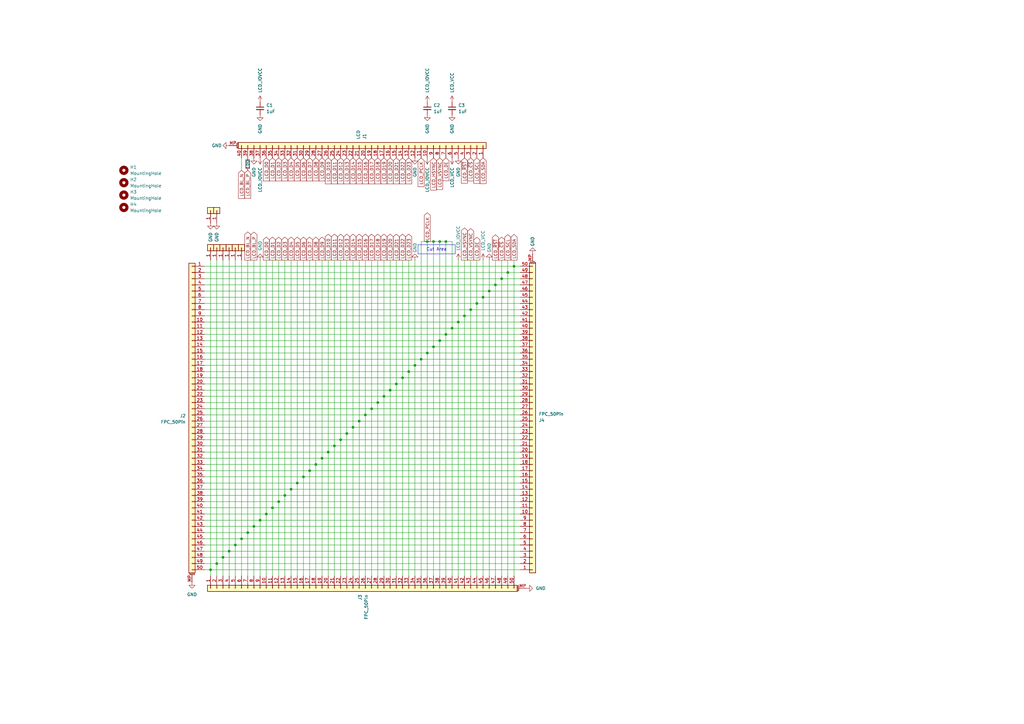
<source format=kicad_sch>
(kicad_sch (version 20250114) (generator "eeschema") (generator_version "9.0")
  (paper "A3")
  (lib_symbols
    (symbol "Connector_Generic:Conn_01x01" (pin_names (offset 1.016) (hide yes))
      (property "Reference" "J" (at 0 2.54 0))
      (property "Value" "Conn_01x01" (at 0 -2.54 0))
      (symbol "Conn_01x01_1_1"
        (rectangle (start -1.27 1.27) (end 1.27 -1.27) (stroke (width 0.254)) (fill (type background)))
        (rectangle (start -1.27 0.127) (end 0 -0.127) (stroke (width 0.1524)))
        (pin passive line (at -5.08 0 0) (length 3.81) (name "Pin_1") (number "1"))
      )
    )
    (symbol "Connector_Generic_MountingPin:Conn_01x40_MountingPin" (pin_names (offset 1.016) (hide yes))
      (property "Reference" "J" (at 0 50.8 0))
      (property "Value" "Conn_01x40_MountingPin" (at 1.27 -53.34 0))
      (symbol "Conn_01x40_MountingPin_1_1"
        (rectangle (start -1.27 49.53) (end 1.27 -52.07) (stroke (width 0.254)) (fill (type background)))
        (rectangle (start -1.27 48.387) (end 0 48.133) (stroke (width 0.1524)))
        (rectangle (start -1.27 45.847) (end 0 45.593) (stroke (width 0.1524)))
        (rectangle (start -1.27 43.307) (end 0 43.053) (stroke (width 0.1524)))
        (rectangle (start -1.27 40.767) (end 0 40.513) (stroke (width 0.1524)))
        (rectangle (start -1.27 38.227) (end 0 37.973) (stroke (width 0.1524)))
        (rectangle (start -1.27 35.687) (end 0 35.433) (stroke (width 0.1524)))
        (rectangle (start -1.27 33.147) (end 0 32.893) (stroke (width 0.1524)))
        (rectangle (start -1.27 30.607) (end 0 30.353) (stroke (width 0.1524)))
        (rectangle (start -1.27 28.067) (end 0 27.813) (stroke (width 0.1524)))
        (rectangle (start -1.27 25.527) (end 0 25.273) (stroke (width 0.1524)))
        (rectangle (start -1.27 22.987) (end 0 22.733) (stroke (width 0.1524)))
        (rectangle (start -1.27 20.447) (end 0 20.193) (stroke (width 0.1524)))
        (rectangle (start -1.27 17.907) (end 0 17.653) (stroke (width 0.1524)))
        (rectangle (start -1.27 15.367) (end 0 15.113) (stroke (width 0.1524)))
        (rectangle (start -1.27 12.827) (end 0 12.573) (stroke (width 0.1524)))
        (rectangle (start -1.27 10.287) (end 0 10.033) (stroke (width 0.1524)))
        (rectangle (start -1.27 7.747) (end 0 7.493) (stroke (width 0.1524)))
        (rectangle (start -1.27 5.207) (end 0 4.953) (stroke (width 0.1524)))
        (rectangle (start -1.27 2.667) (end 0 2.413) (stroke (width 0.1524)))
        (rectangle (start -1.27 0.127) (end 0 -0.127) (stroke (width 0.1524)))
        (rectangle (start -1.27 -2.413) (end 0 -2.667) (stroke (width 0.1524)))
        (rectangle (start -1.27 -4.953) (end 0 -5.207) (stroke (width 0.1524)))
        (rectangle (start -1.27 -7.493) (end 0 -7.747) (stroke (width 0.1524)))
        (rectangle (start -1.27 -10.033) (end 0 -10.287) (stroke (width 0.1524)))
        (rectangle (start -1.27 -12.573) (end 0 -12.827) (stroke (width 0.1524)))
        (rectangle (start -1.27 -15.113) (end 0 -15.367) (stroke (width 0.1524)))
        (rectangle (start -1.27 -17.653) (end 0 -17.907) (stroke (width 0.1524)))
        (rectangle (start -1.27 -20.193) (end 0 -20.447) (stroke (width 0.1524)))
        (rectangle (start -1.27 -22.733) (end 0 -22.987) (stroke (width 0.1524)))
        (rectangle (start -1.27 -25.273) (end 0 -25.527) (stroke (width 0.1524)))
        (rectangle (start -1.27 -27.813) (end 0 -28.067) (stroke (width 0.1524)))
        (rectangle (start -1.27 -30.353) (end 0 -30.607) (stroke (width 0.1524)))
        (rectangle (start -1.27 -32.893) (end 0 -33.147) (stroke (width 0.1524)))
        (rectangle (start -1.27 -35.433) (end 0 -35.687) (stroke (width 0.1524)))
        (rectangle (start -1.27 -37.973) (end 0 -38.227) (stroke (width 0.1524)))
        (rectangle (start -1.27 -40.513) (end 0 -40.767) (stroke (width 0.1524)))
        (rectangle (start -1.27 -43.053) (end 0 -43.307) (stroke (width 0.1524)))
        (rectangle (start -1.27 -45.593) (end 0 -45.847) (stroke (width 0.1524)))
        (rectangle (start -1.27 -48.133) (end 0 -48.387) (stroke (width 0.1524)))
        (rectangle (start -1.27 -50.673) (end 0 -50.927) (stroke (width 0.1524)))
        (polyline (pts (xy -1.016 -52.832) (xy 1.016 -52.832)) (stroke (width 0.1524)))
        (text "Mounting" (at 0 -52.451 0) (effects (font (size 0.381 0.381))))
        (pin passive line (at -5.08 48.26 0) (length 3.81) (name "Pin_1") (number "1"))
        (pin passive line (at -5.08 45.72 0) (length 3.81) (name "Pin_2") (number "2"))
        (pin passive line (at -5.08 43.18 0) (length 3.81) (name "Pin_3") (number "3"))
        (pin passive line (at -5.08 40.64 0) (length 3.81) (name "Pin_4") (number "4"))
        (pin passive line (at -5.08 38.1 0) (length 3.81) (name "Pin_5") (number "5"))
        (pin passive line (at -5.08 35.56 0) (length 3.81) (name "Pin_6") (number "6"))
        (pin passive line (at -5.08 33.02 0) (length 3.81) (name "Pin_7") (number "7"))
        (pin passive line (at -5.08 30.48 0) (length 3.81) (name "Pin_8") (number "8"))
        (pin passive line (at -5.08 27.94 0) (length 3.81) (name "Pin_9") (number "9"))
        (pin passive line (at -5.08 25.4 0) (length 3.81) (name "Pin_10") (number "10"))
        (pin passive line (at -5.08 22.86 0) (length 3.81) (name "Pin_11") (number "11"))
        (pin passive line (at -5.08 20.32 0) (length 3.81) (name "Pin_12") (number "12"))
        (pin passive line (at -5.08 17.78 0) (length 3.81) (name "Pin_13") (number "13"))
        (pin passive line (at -5.08 15.24 0) (length 3.81) (name "Pin_14") (number "14"))
        (pin passive line (at -5.08 12.7 0) (length 3.81) (name "Pin_15") (number "15"))
        (pin passive line (at -5.08 10.16 0) (length 3.81) (name "Pin_16") (number "16"))
        (pin passive line (at -5.08 7.62 0) (length 3.81) (name "Pin_17") (number "17"))
        (pin passive line (at -5.08 5.08 0) (length 3.81) (name "Pin_18") (number "18"))
        (pin passive line (at -5.08 2.54 0) (length 3.81) (name "Pin_19") (number "19"))
        (pin passive line (at -5.08 0 0) (length 3.81) (name "Pin_20") (number "20"))
        (pin passive line (at -5.08 -2.54 0) (length 3.81) (name "Pin_21") (number "21"))
        (pin passive line (at -5.08 -5.08 0) (length 3.81) (name "Pin_22") (number "22"))
        (pin passive line (at -5.08 -7.62 0) (length 3.81) (name "Pin_23") (number "23"))
        (pin passive line (at -5.08 -10.16 0) (length 3.81) (name "Pin_24") (number "24"))
        (pin passive line (at -5.08 -12.7 0) (length 3.81) (name "Pin_25") (number "25"))
        (pin passive line (at -5.08 -15.24 0) (length 3.81) (name "Pin_26") (number "26"))
        (pin passive line (at -5.08 -17.78 0) (length 3.81) (name "Pin_27") (number "27"))
        (pin passive line (at -5.08 -20.32 0) (length 3.81) (name "Pin_28") (number "28"))
        (pin passive line (at -5.08 -22.86 0) (length 3.81) (name "Pin_29") (number "29"))
        (pin passive line (at -5.08 -25.4 0) (length 3.81) (name "Pin_30") (number "30"))
        (pin passive line (at -5.08 -27.94 0) (length 3.81) (name "Pin_31") (number "31"))
        (pin passive line (at -5.08 -30.48 0) (length 3.81) (name "Pin_32") (number "32"))
        (pin passive line (at -5.08 -33.02 0) (length 3.81) (name "Pin_33") (number "33"))
        (pin passive line (at -5.08 -35.56 0) (length 3.81) (name "Pin_34") (number "34"))
        (pin passive line (at -5.08 -38.1 0) (length 3.81) (name "Pin_35") (number "35"))
        (pin passive line (at -5.08 -40.64 0) (length 3.81) (name "Pin_36") (number "36"))
        (pin passive line (at -5.08 -43.18 0) (length 3.81) (name "Pin_37") (number "37"))
        (pin passive line (at -5.08 -45.72 0) (length 3.81) (name "Pin_38") (number "38"))
        (pin passive line (at -5.08 -48.26 0) (length 3.81) (name "Pin_39") (number "39"))
        (pin passive line (at -5.08 -50.8 0) (length 3.81) (name "Pin_40") (number "40"))
        (pin passive line (at 0 -55.88 90) (length 3.048) (name "MountPin") (number "MP"))
      )
    )
    (symbol "Connector_Generic_MountingPin:Conn_01x50_MountingPin" (pin_names (offset 1.016) (hide yes))
      (property "Reference" "J" (at 0 63.5 0))
      (property "Value" "Conn_01x50_MountingPin" (at 1.27 -66.04 0))
      (symbol "Conn_01x50_MountingPin_1_1"
        (rectangle (start -1.27 62.23) (end 1.27 -64.77) (stroke (width 0.254)) (fill (type background)))
        (rectangle (start -1.27 61.087) (end 0 60.833) (stroke (width 0.1524)))
        (rectangle (start -1.27 58.547) (end 0 58.293) (stroke (width 0.1524)))
        (rectangle (start -1.27 56.007) (end 0 55.753) (stroke (width 0.1524)))
        (rectangle (start -1.27 53.467) (end 0 53.213) (stroke (width 0.1524)))
        (rectangle (start -1.27 50.927) (end 0 50.673) (stroke (width 0.1524)))
        (rectangle (start -1.27 48.387) (end 0 48.133) (stroke (width 0.1524)))
        (rectangle (start -1.27 45.847) (end 0 45.593) (stroke (width 0.1524)))
        (rectangle (start -1.27 43.307) (end 0 43.053) (stroke (width 0.1524)))
        (rectangle (start -1.27 40.767) (end 0 40.513) (stroke (width 0.1524)))
        (rectangle (start -1.27 38.227) (end 0 37.973) (stroke (width 0.1524)))
        (rectangle (start -1.27 35.687) (end 0 35.433) (stroke (width 0.1524)))
        (rectangle (start -1.27 33.147) (end 0 32.893) (stroke (width 0.1524)))
        (rectangle (start -1.27 30.607) (end 0 30.353) (stroke (width 0.1524)))
        (rectangle (start -1.27 28.067) (end 0 27.813) (stroke (width 0.1524)))
        (rectangle (start -1.27 25.527) (end 0 25.273) (stroke (width 0.1524)))
        (rectangle (start -1.27 22.987) (end 0 22.733) (stroke (width 0.1524)))
        (rectangle (start -1.27 20.447) (end 0 20.193) (stroke (width 0.1524)))
        (rectangle (start -1.27 17.907) (end 0 17.653) (stroke (width 0.1524)))
        (rectangle (start -1.27 15.367) (end 0 15.113) (stroke (width 0.1524)))
        (rectangle (start -1.27 12.827) (end 0 12.573) (stroke (width 0.1524)))
        (rectangle (start -1.27 10.287) (end 0 10.033) (stroke (width 0.1524)))
        (rectangle (start -1.27 7.747) (end 0 7.493) (stroke (width 0.1524)))
        (rectangle (start -1.27 5.207) (end 0 4.953) (stroke (width 0.1524)))
        (rectangle (start -1.27 2.667) (end 0 2.413) (stroke (width 0.1524)))
        (rectangle (start -1.27 0.127) (end 0 -0.127) (stroke (width 0.1524)))
        (rectangle (start -1.27 -2.413) (end 0 -2.667) (stroke (width 0.1524)))
        (rectangle (start -1.27 -4.953) (end 0 -5.207) (stroke (width 0.1524)))
        (rectangle (start -1.27 -7.493) (end 0 -7.747) (stroke (width 0.1524)))
        (rectangle (start -1.27 -10.033) (end 0 -10.287) (stroke (width 0.1524)))
        (rectangle (start -1.27 -12.573) (end 0 -12.827) (stroke (width 0.1524)))
        (rectangle (start -1.27 -15.113) (end 0 -15.367) (stroke (width 0.1524)))
        (rectangle (start -1.27 -17.653) (end 0 -17.907) (stroke (width 0.1524)))
        (rectangle (start -1.27 -20.193) (end 0 -20.447) (stroke (width 0.1524)))
        (rectangle (start -1.27 -22.733) (end 0 -22.987) (stroke (width 0.1524)))
        (rectangle (start -1.27 -25.273) (end 0 -25.527) (stroke (width 0.1524)))
        (rectangle (start -1.27 -27.813) (end 0 -28.067) (stroke (width 0.1524)))
        (rectangle (start -1.27 -30.353) (end 0 -30.607) (stroke (width 0.1524)))
        (rectangle (start -1.27 -32.893) (end 0 -33.147) (stroke (width 0.1524)))
        (rectangle (start -1.27 -35.433) (end 0 -35.687) (stroke (width 0.1524)))
        (rectangle (start -1.27 -37.973) (end 0 -38.227) (stroke (width 0.1524)))
        (rectangle (start -1.27 -40.513) (end 0 -40.767) (stroke (width 0.1524)))
        (rectangle (start -1.27 -43.053) (end 0 -43.307) (stroke (width 0.1524)))
        (rectangle (start -1.27 -45.593) (end 0 -45.847) (stroke (width 0.1524)))
        (rectangle (start -1.27 -48.133) (end 0 -48.387) (stroke (width 0.1524)))
        (rectangle (start -1.27 -50.673) (end 0 -50.927) (stroke (width 0.1524)))
        (rectangle (start -1.27 -53.213) (end 0 -53.467) (stroke (width 0.1524)))
        (rectangle (start -1.27 -55.753) (end 0 -56.007) (stroke (width 0.1524)))
        (rectangle (start -1.27 -58.293) (end 0 -58.547) (stroke (width 0.1524)))
        (rectangle (start -1.27 -60.833) (end 0 -61.087) (stroke (width 0.1524)))
        (rectangle (start -1.27 -63.373) (end 0 -63.627) (stroke (width 0.1524)))
        (polyline (pts (xy -1.016 -65.532) (xy 1.016 -65.532)) (stroke (width 0.1524)))
        (text "Mounting" (at 0 -65.151 0) (effects (font (size 0.381 0.381))))
        (pin passive line (at -5.08 60.96 0) (length 3.81) (name "Pin_1") (number "1"))
        (pin passive line (at -5.08 58.42 0) (length 3.81) (name "Pin_2") (number "2"))
        (pin passive line (at -5.08 55.88 0) (length 3.81) (name "Pin_3") (number "3"))
        (pin passive line (at -5.08 53.34 0) (length 3.81) (name "Pin_4") (number "4"))
        (pin passive line (at -5.08 50.8 0) (length 3.81) (name "Pin_5") (number "5"))
        (pin passive line (at -5.08 48.26 0) (length 3.81) (name "Pin_6") (number "6"))
        (pin passive line (at -5.08 45.72 0) (length 3.81) (name "Pin_7") (number "7"))
        (pin passive line (at -5.08 43.18 0) (length 3.81) (name "Pin_8") (number "8"))
        (pin passive line (at -5.08 40.64 0) (length 3.81) (name "Pin_9") (number "9"))
        (pin passive line (at -5.08 38.1 0) (length 3.81) (name "Pin_10") (number "10"))
        (pin passive line (at -5.08 35.56 0) (length 3.81) (name "Pin_11") (number "11"))
        (pin passive line (at -5.08 33.02 0) (length 3.81) (name "Pin_12") (number "12"))
        (pin passive line (at -5.08 30.48 0) (length 3.81) (name "Pin_13") (number "13"))
        (pin passive line (at -5.08 27.94 0) (length 3.81) (name "Pin_14") (number "14"))
        (pin passive line (at -5.08 25.4 0) (length 3.81) (name "Pin_15") (number "15"))
        (pin passive line (at -5.08 22.86 0) (length 3.81) (name "Pin_16") (number "16"))
        (pin passive line (at -5.08 20.32 0) (length 3.81) (name "Pin_17") (number "17"))
        (pin passive line (at -5.08 17.78 0) (length 3.81) (name "Pin_18") (number "18"))
        (pin passive line (at -5.08 15.24 0) (length 3.81) (name "Pin_19") (number "19"))
        (pin passive line (at -5.08 12.7 0) (length 3.81) (name "Pin_20") (number "20"))
        (pin passive line (at -5.08 10.16 0) (length 3.81) (name "Pin_21") (number "21"))
        (pin passive line (at -5.08 7.62 0) (length 3.81) (name "Pin_22") (number "22"))
        (pin passive line (at -5.08 5.08 0) (length 3.81) (name "Pin_23") (number "23"))
        (pin passive line (at -5.08 2.54 0) (length 3.81) (name "Pin_24") (number "24"))
        (pin passive line (at -5.08 0 0) (length 3.81) (name "Pin_25") (number "25"))
        (pin passive line (at -5.08 -2.54 0) (length 3.81) (name "Pin_26") (number "26"))
        (pin passive line (at -5.08 -5.08 0) (length 3.81) (name "Pin_27") (number "27"))
        (pin passive line (at -5.08 -7.62 0) (length 3.81) (name "Pin_28") (number "28"))
        (pin passive line (at -5.08 -10.16 0) (length 3.81) (name "Pin_29") (number "29"))
        (pin passive line (at -5.08 -12.7 0) (length 3.81) (name "Pin_30") (number "30"))
        (pin passive line (at -5.08 -15.24 0) (length 3.81) (name "Pin_31") (number "31"))
        (pin passive line (at -5.08 -17.78 0) (length 3.81) (name "Pin_32") (number "32"))
        (pin passive line (at -5.08 -20.32 0) (length 3.81) (name "Pin_33") (number "33"))
        (pin passive line (at -5.08 -22.86 0) (length 3.81) (name "Pin_34") (number "34"))
        (pin passive line (at -5.08 -25.4 0) (length 3.81) (name "Pin_35") (number "35"))
        (pin passive line (at -5.08 -27.94 0) (length 3.81) (name "Pin_36") (number "36"))
        (pin passive line (at -5.08 -30.48 0) (length 3.81) (name "Pin_37") (number "37"))
        (pin passive line (at -5.08 -33.02 0) (length 3.81) (name "Pin_38") (number "38"))
        (pin passive line (at -5.08 -35.56 0) (length 3.81) (name "Pin_39") (number "39"))
        (pin passive line (at -5.08 -38.1 0) (length 3.81) (name "Pin_40") (number "40"))
        (pin passive line (at -5.08 -40.64 0) (length 3.81) (name "Pin_41") (number "41"))
        (pin passive line (at -5.08 -43.18 0) (length 3.81) (name "Pin_42") (number "42"))
        (pin passive line (at -5.08 -45.72 0) (length 3.81) (name "Pin_43") (number "43"))
        (pin passive line (at -5.08 -48.26 0) (length 3.81) (name "Pin_44") (number "44"))
        (pin passive line (at -5.08 -50.8 0) (length 3.81) (name "Pin_45") (number "45"))
        (pin passive line (at -5.08 -53.34 0) (length 3.81) (name "Pin_46") (number "46"))
        (pin passive line (at -5.08 -55.88 0) (length 3.81) (name "Pin_47") (number "47"))
        (pin passive line (at -5.08 -58.42 0) (length 3.81) (name "Pin_48") (number "48"))
        (pin passive line (at -5.08 -60.96 0) (length 3.81) (name "Pin_49") (number "49"))
        (pin passive line (at -5.08 -63.5 0) (length 3.81) (name "Pin_50") (number "50"))
        (pin passive line (at 0 -68.58 90) (length 3.048) (name "MountPin") (number "MP"))
      )
    )
    (symbol "Device:C_Small" (pin_numbers (hide yes)) (pin_names (offset 0.254) (hide yes))
      (property "Reference" "C" (at 0.254 1.778 0))
      (property "Value" "C_Small" (at 0.254 -2.032 0))
      (symbol "C_Small_0_1"
        (polyline (pts (xy -1.524 0.508) (xy 1.524 0.508)) (stroke (width 0.3048)))
        (polyline (pts (xy -1.524 -0.508) (xy 1.524 -0.508)) (stroke (width 0.3302)))
      )
      (symbol "C_Small_1_1"
        (pin passive line (at 0 2.54 270) (length 2.032) (name "~") (number "1"))
        (pin passive line (at 0 -2.54 90) (length 2.032) (name "~") (number "2"))
      )
    )
    (symbol "Device:R_Small" (pin_numbers (hide yes)) (pin_names (offset 0.254) (hide yes))
      (property "Reference" "R" (at 0 0 90))
      (property "Value" "R_Small" (at 1.778 0 90))
      (symbol "R_Small_0_1"
        (rectangle (start -0.762 1.778) (end 0.762 -1.778) (stroke (width 0.2032)))
      )
      (symbol "R_Small_1_1"
        (pin passive line (at 0 2.54 270) (length 0.762) (name "~") (number "1"))
        (pin passive line (at 0 -2.54 90) (length 0.762) (name "~") (number "2"))
      )
    )
    (symbol "Mechanical:MountingHole" (pin_names (offset 1.016)) (in_bom no)
      (property "Reference" "H" (at 0 5.08 0))
      (property "Value" "MountingHole" (at 0 3.175 0))
      (symbol "MountingHole_0_1"
        (circle (center 0 0) (radius 1.27) (stroke (width 1.27)))
      )
    )
    (symbol "power:+3V3" (power) (pin_numbers (hide yes)) (pin_names (offset 0) (hide yes))
      (property "Value" "+3V3" (at 0 3.556 0))
      (symbol "+3V3_0_1"
        (polyline (pts (xy -0.762 1.27) (xy 0 2.54)))
        (polyline (pts (xy 0 2.54) (xy 0.762 1.27)))
        (polyline (pts (xy 0 0) (xy 0 2.54)))
      )
      (symbol "+3V3_1_1"
        (pin power_in line (at 0 0 90) (length 0) (name "~") (number "1"))
      )
    )
    (symbol "power:GND" (power) (pin_numbers (hide yes)) (pin_names (offset 0) (hide yes))
      (property "Value" "GND" (at 0 -3.81 0))
      (symbol "GND_0_1"
        (polyline (pts (xy 0 0) (xy 0 -1.27) (xy 1.27 -1.27) (xy 0 -2.54) (xy -1.27 -1.27) (xy 0 -1.27)))
      )
      (symbol "GND_1_1"
        (pin power_in line (at 0 0 270) (length 0) (name "~") (number "1"))
      )
    )
  )
  (rectangle (start 171.45 100.33) (end 186.69 104.14))
  (text "Cut Area" (at 179.07 102.362 0) (effects (font (size 1.27 1.27))))
  (junction (at 86.36 233.68))
  (junction (at 93.98 226.06))
  (junction (at 170.18 149.86))
  (junction (at 119.38 200.66))
  (junction (at 106.68 213.36))
  (junction (at 172.72 147.32))
  (junction (at 157.48 162.56))
  (junction (at 121.92 198.12))
  (junction (at 116.84 203.2))
  (junction (at 177.8 142.24))
  (junction (at 139.7 180.34))
  (junction (at 109.22 210.82))
  (junction (at 104.14 215.9))
  (junction (at 147.32 172.72))
  (junction (at 111.76 208.28))
  (junction (at 200.66 119.38))
  (junction (at 91.44 228.6))
  (junction (at 210.82 109.22))
  (junction (at 195.58 124.46))
  (junction (at 190.5 129.54))
  (junction (at 99.06 220.98))
  (junction (at 114.3 205.74))
  (junction (at 185.42 134.62))
  (junction (at 208.28 111.76))
  (junction (at 160.02 160.02))
  (junction (at 96.52 223.52))
  (junction (at 182.88 137.16))
  (junction (at 149.86 170.18))
  (junction (at 180.34 99.06))
  (junction (at 154.94 165.1))
  (junction (at 203.2 116.84))
  (junction (at 162.56 157.48))
  (junction (at 165.1 154.94))
  (junction (at 124.46 195.58))
  (junction (at 134.62 185.42))
  (junction (at 198.12 121.92))
  (junction (at 88.9 231.14))
  (junction (at 101.6 218.44))
  (junction (at 137.16 182.88))
  (junction (at 142.24 177.8))
  (junction (at 177.8 99.06))
  (junction (at 152.4 167.64))
  (junction (at 132.08 187.96))
  (junction (at 180.34 139.7))
  (junction (at 127 193.04))
  (junction (at 175.26 144.78))
  (junction (at 187.96 132.08))
  (junction (at 144.78 175.26))
  (junction (at 167.64 152.4))
  (junction (at 175.26 99.06))
  (junction (at 193.04 127))
  (junction (at 129.54 190.5))
  (junction (at 182.88 99.06))
  (junction (at 205.74 114.3))
  (wire (pts (xy 83.82 170.18) (xy 149.86 170.18)))
  (wire (pts (xy 193.04 106.68) (xy 193.04 127)))
  (wire (pts (xy 83.82 182.88) (xy 137.16 182.88)))
  (wire (pts (xy 124.46 195.58) (xy 124.46 236.22)))
  (wire (pts (xy 91.44 228.6) (xy 91.44 236.22)))
  (wire (pts (xy 165.1 154.94) (xy 165.1 236.22)))
  (wire (pts (xy 165.1 154.94) (xy 213.36 154.94)))
  (wire (pts (xy 154.94 165.1) (xy 213.36 165.1)))
  (wire (pts (xy 172.72 147.32) (xy 213.36 147.32)))
  (wire (pts (xy 129.54 190.5) (xy 213.36 190.5)))
  (wire (pts (xy 147.32 172.72) (xy 213.36 172.72)))
  (wire (pts (xy 104.14 215.9) (xy 213.36 215.9)))
  (wire (pts (xy 83.82 154.94) (xy 165.1 154.94)))
  (wire (pts (xy 83.82 162.56) (xy 157.48 162.56)))
  (wire (pts (xy 190.5 129.54) (xy 213.36 129.54)))
  (wire (pts (xy 111.76 208.28) (xy 213.36 208.28)))
  (wire (pts (xy 180.34 139.7) (xy 213.36 139.7)))
  (wire (pts (xy 137.16 182.88) (xy 213.36 182.88)))
  (wire (pts (xy 83.82 208.28) (xy 111.76 208.28)))
  (wire (pts (xy 165.1 106.68) (xy 165.1 154.94)))
  (wire (pts (xy 182.88 99.06) (xy 185.42 99.06)))
  (wire (pts (xy 175.26 144.78) (xy 175.26 236.22)))
  (wire (pts (xy 114.3 205.74) (xy 213.36 205.74)))
  (wire (pts (xy 83.82 119.38) (xy 200.66 119.38)))
  (wire (pts (xy 154.94 106.68) (xy 154.94 165.1)))
  (wire (pts (xy 134.62 185.42) (xy 134.62 236.22)))
  (wire (pts (xy 99.06 106.68) (xy 99.06 220.98)))
  (wire (pts (xy 93.98 106.68) (xy 93.98 226.06)))
  (wire (pts (xy 170.18 149.86) (xy 170.18 236.22)))
  (wire (pts (xy 83.82 215.9) (xy 104.14 215.9)))
  (wire (pts (xy 86.36 233.68) (xy 213.36 233.68)))
  (wire (pts (xy 160.02 160.02) (xy 213.36 160.02)))
  (wire (pts (xy 157.48 162.56) (xy 213.36 162.56)))
  (wire (pts (xy 137.16 182.88) (xy 137.16 236.22)))
  (wire (pts (xy 175.26 144.78) (xy 213.36 144.78)))
  (wire (pts (xy 152.4 167.64) (xy 152.4 236.22)))
  (wire (pts (xy 139.7 180.34) (xy 139.7 236.22)))
  (wire (pts (xy 83.82 149.86) (xy 170.18 149.86)))
  (wire (pts (xy 83.82 111.76) (xy 208.28 111.76)))
  (wire (pts (xy 101.6 218.44) (xy 101.6 236.22)))
  (wire (pts (xy 83.82 203.2) (xy 116.84 203.2)))
  (wire (pts (xy 132.08 106.68) (xy 132.08 187.96)))
  (wire (pts (xy 170.18 149.86) (xy 213.36 149.86)))
  (wire (pts (xy 172.72 147.32) (xy 172.72 236.22)))
  (wire (pts (xy 83.82 205.74) (xy 114.3 205.74)))
  (wire (pts (xy 93.98 226.06) (xy 213.36 226.06)))
  (wire (pts (xy 83.82 185.42) (xy 134.62 185.42)))
  (wire (pts (xy 96.52 223.52) (xy 96.52 236.22)))
  (wire (pts (xy 119.38 200.66) (xy 213.36 200.66)))
  (wire (pts (xy 170.18 106.68) (xy 170.18 149.86)))
  (wire (pts (xy 116.84 203.2) (xy 116.84 236.22)))
  (wire (pts (xy 175.26 99.06) (xy 177.8 99.06)))
  (wire (pts (xy 180.34 99.06) (xy 180.34 139.7)))
  (wire (pts (xy 114.3 205.74) (xy 114.3 236.22)))
  (wire (pts (xy 83.82 180.34) (xy 139.7 180.34)))
  (wire (pts (xy 200.66 106.68) (xy 200.66 119.38)))
  (wire (pts (xy 132.08 187.96) (xy 213.36 187.96)))
  (wire (pts (xy 121.92 198.12) (xy 213.36 198.12)))
  (wire (pts (xy 195.58 124.46) (xy 195.58 236.22)))
  (wire (pts (xy 83.82 152.4) (xy 167.64 152.4)))
  (wire (pts (xy 157.48 162.56) (xy 157.48 236.22)))
  (wire (pts (xy 127 193.04) (xy 127 236.22)))
  (wire (pts (xy 83.82 233.68) (xy 86.36 233.68)))
  (wire (pts (xy 200.66 119.38) (xy 200.66 236.22)))
  (wire (pts (xy 91.44 228.6) (xy 213.36 228.6)))
  (wire (pts (xy 119.38 106.68) (xy 119.38 200.66)))
  (wire (pts (xy 187.96 132.08) (xy 187.96 236.22)))
  (wire (pts (xy 198.12 121.92) (xy 198.12 236.22)))
  (wire (pts (xy 121.92 106.68) (xy 121.92 198.12)))
  (wire (pts (xy 101.6 106.68) (xy 101.6 218.44)))
  (wire (pts (xy 124.46 195.58) (xy 213.36 195.58)))
  (wire (pts (xy 193.04 127) (xy 213.36 127)))
  (wire (pts (xy 210.82 106.68) (xy 210.82 109.22)))
  (wire (pts (xy 162.56 106.68) (xy 162.56 157.48)))
  (wire (pts (xy 83.82 121.92) (xy 198.12 121.92)))
  (wire (pts (xy 116.84 203.2) (xy 213.36 203.2)))
  (wire (pts (xy 137.16 106.68) (xy 137.16 182.88)))
  (wire (pts (xy 86.36 106.68) (xy 86.36 233.68)))
  (wire (pts (xy 109.22 210.82) (xy 213.36 210.82)))
  (wire (pts (xy 152.4 167.64) (xy 213.36 167.64)))
  (wire (pts (xy 162.56 157.48) (xy 213.36 157.48)))
  (wire (pts (xy 205.74 106.68) (xy 205.74 114.3)))
  (wire (pts (xy 149.86 170.18) (xy 149.86 236.22)))
  (wire (pts (xy 83.82 213.36) (xy 106.68 213.36)))
  (wire (pts (xy 96.52 223.52) (xy 213.36 223.52)))
  (wire (pts (xy 83.82 167.64) (xy 152.4 167.64)))
  (wire (pts (xy 129.54 190.5) (xy 129.54 236.22)))
  (wire (pts (xy 83.82 228.6) (xy 91.44 228.6)))
  (wire (pts (xy 147.32 172.72) (xy 147.32 236.22)))
  (wire (pts (xy 116.84 106.68) (xy 116.84 203.2)))
  (wire (pts (xy 109.22 210.82) (xy 109.22 236.22)))
  (wire (pts (xy 129.54 106.68) (xy 129.54 190.5)))
  (wire (pts (xy 83.82 218.44) (xy 101.6 218.44)))
  (wire (pts (xy 83.82 193.04) (xy 127 193.04)))
  (wire (pts (xy 83.82 172.72) (xy 147.32 172.72)))
  (wire (pts (xy 91.44 106.68) (xy 91.44 228.6)))
  (wire (pts (xy 144.78 106.68) (xy 144.78 175.26)))
  (wire (pts (xy 83.82 195.58) (xy 124.46 195.58)))
  (wire (pts (xy 198.12 106.68) (xy 198.12 121.92)))
  (wire (pts (xy 83.82 223.52) (xy 96.52 223.52)))
  (wire (pts (xy 162.56 157.48) (xy 162.56 236.22)))
  (wire (pts (xy 114.3 106.68) (xy 114.3 205.74)))
  (wire (pts (xy 83.82 114.3) (xy 205.74 114.3)))
  (wire (pts (xy 83.82 210.82) (xy 109.22 210.82)))
  (wire (pts (xy 83.82 160.02) (xy 160.02 160.02)))
  (wire (pts (xy 149.86 106.68) (xy 149.86 170.18)))
  (wire (pts (xy 185.42 134.62) (xy 185.42 236.22)))
  (wire (pts (xy 83.82 142.24) (xy 177.8 142.24)))
  (wire (pts (xy 182.88 137.16) (xy 182.88 236.22)))
  (wire (pts (xy 83.82 139.7) (xy 180.34 139.7)))
  (wire (pts (xy 208.28 111.76) (xy 208.28 236.22)))
  (wire (pts (xy 83.82 198.12) (xy 121.92 198.12)))
  (wire (pts (xy 124.46 106.68) (xy 124.46 195.58)))
  (wire (pts (xy 203.2 116.84) (xy 203.2 236.22)))
  (wire (pts (xy 177.8 142.24) (xy 213.36 142.24)))
  (wire (pts (xy 88.9 231.14) (xy 88.9 236.22)))
  (wire (pts (xy 157.48 106.68) (xy 157.48 162.56)))
  (wire (pts (xy 187.96 106.68) (xy 187.96 132.08)))
  (wire (pts (xy 203.2 106.68) (xy 203.2 116.84)))
  (wire (pts (xy 187.96 132.08) (xy 213.36 132.08)))
  (wire (pts (xy 152.4 106.68) (xy 152.4 167.64)))
  (wire (pts (xy 99.06 220.98) (xy 213.36 220.98)))
  (wire (pts (xy 205.74 114.3) (xy 205.74 236.22)))
  (wire (pts (xy 208.28 111.76) (xy 213.36 111.76)))
  (wire (pts (xy 160.02 160.02) (xy 160.02 236.22)))
  (wire (pts (xy 83.82 116.84) (xy 203.2 116.84)))
  (wire (pts (xy 142.24 177.8) (xy 213.36 177.8)))
  (wire (pts (xy 144.78 175.26) (xy 144.78 236.22)))
  (wire (pts (xy 99.06 220.98) (xy 99.06 236.22)))
  (wire (pts (xy 127 106.68) (xy 127 193.04)))
  (wire (pts (xy 83.82 200.66) (xy 119.38 200.66)))
  (wire (pts (xy 134.62 185.42) (xy 213.36 185.42)))
  (wire (pts (xy 83.82 165.1) (xy 154.94 165.1)))
  (wire (pts (xy 106.68 213.36) (xy 106.68 236.22)))
  (wire (pts (xy 182.88 99.06) (xy 182.88 137.16)))
  (wire (pts (xy 93.98 226.06) (xy 93.98 236.22)))
  (wire (pts (xy 180.34 99.06) (xy 182.88 99.06)))
  (wire (pts (xy 139.7 180.34) (xy 213.36 180.34)))
  (wire (pts (xy 88.9 106.68) (xy 88.9 231.14)))
  (wire (pts (xy 83.82 190.5) (xy 129.54 190.5)))
  (wire (pts (xy 83.82 187.96) (xy 132.08 187.96)))
  (wire (pts (xy 88.9 231.14) (xy 213.36 231.14)))
  (wire (pts (xy 180.34 139.7) (xy 180.34 236.22)))
  (wire (pts (xy 83.82 175.26) (xy 144.78 175.26)))
  (wire (pts (xy 132.08 187.96) (xy 132.08 236.22)))
  (wire (pts (xy 195.58 124.46) (xy 213.36 124.46)))
  (wire (pts (xy 144.78 175.26) (xy 213.36 175.26)))
  (wire (pts (xy 203.2 116.84) (xy 213.36 116.84)))
  (wire (pts (xy 147.32 106.68) (xy 147.32 172.72)))
  (wire (pts (xy 198.12 121.92) (xy 213.36 121.92)))
  (wire (pts (xy 160.02 106.68) (xy 160.02 160.02)))
  (wire (pts (xy 104.14 106.68) (xy 104.14 215.9)))
  (wire (pts (xy 185.42 99.06) (xy 185.42 134.62)))
  (wire (pts (xy 83.82 109.22) (xy 210.82 109.22)))
  (wire (pts (xy 167.64 152.4) (xy 213.36 152.4)))
  (wire (pts (xy 83.82 147.32) (xy 172.72 147.32)))
  (wire (pts (xy 83.82 157.48) (xy 162.56 157.48)))
  (wire (pts (xy 83.82 134.62) (xy 185.42 134.62)))
  (wire (pts (xy 177.8 99.06) (xy 180.34 99.06)))
  (wire (pts (xy 177.8 99.06) (xy 177.8 142.24)))
  (wire (pts (xy 121.92 198.12) (xy 121.92 236.22)))
  (wire (pts (xy 83.82 231.14) (xy 88.9 231.14)))
  (wire (pts (xy 172.72 99.06) (xy 175.26 99.06)))
  (wire (pts (xy 127 193.04) (xy 213.36 193.04)))
  (wire (pts (xy 83.82 127) (xy 193.04 127)))
  (wire (pts (xy 111.76 208.28) (xy 111.76 236.22)))
  (wire (pts (xy 172.72 99.06) (xy 172.72 147.32)))
  (wire (pts (xy 195.58 106.68) (xy 195.58 124.46)))
  (wire (pts (xy 210.82 109.22) (xy 213.36 109.22)))
  (wire (pts (xy 104.14 215.9) (xy 104.14 236.22)))
  (wire (pts (xy 86.36 233.68) (xy 86.36 236.22)))
  (wire (pts (xy 83.82 124.46) (xy 195.58 124.46)))
  (wire (pts (xy 119.38 200.66) (xy 119.38 236.22)))
  (wire (pts (xy 142.24 177.8) (xy 142.24 236.22)))
  (wire (pts (xy 83.82 226.06) (xy 93.98 226.06)))
  (wire (pts (xy 83.82 132.08) (xy 187.96 132.08)))
  (wire (pts (xy 190.5 129.54) (xy 190.5 236.22)))
  (wire (pts (xy 182.88 137.16) (xy 213.36 137.16)))
  (wire (pts (xy 106.68 213.36) (xy 213.36 213.36)))
  (wire (pts (xy 139.7 106.68) (xy 139.7 180.34)))
  (wire (pts (xy 208.28 106.68) (xy 208.28 111.76)))
  (wire (pts (xy 109.22 106.68) (xy 109.22 210.82)))
  (wire (pts (xy 185.42 134.62) (xy 213.36 134.62)))
  (wire (pts (xy 149.86 170.18) (xy 213.36 170.18)))
  (wire (pts (xy 111.76 106.68) (xy 111.76 208.28)))
  (wire (pts (xy 101.6 218.44) (xy 213.36 218.44)))
  (wire (pts (xy 200.66 119.38) (xy 213.36 119.38)))
  (wire (pts (xy 205.74 114.3) (xy 213.36 114.3)))
  (wire (pts (xy 83.82 144.78) (xy 175.26 144.78)))
  (wire (pts (xy 106.68 106.68) (xy 106.68 213.36)))
  (wire (pts (xy 154.94 165.1) (xy 154.94 236.22)))
  (wire (pts (xy 193.04 127) (xy 193.04 236.22)))
  (wire (pts (xy 83.82 177.8) (xy 142.24 177.8)))
  (wire (pts (xy 83.82 129.54) (xy 190.5 129.54)))
  (wire (pts (xy 177.8 142.24) (xy 177.8 236.22)))
  (wire (pts (xy 142.24 106.68) (xy 142.24 177.8)))
  (wire (pts (xy 190.5 106.68) (xy 190.5 129.54)))
  (wire (pts (xy 99.06 64.77) (xy 99.06 69.85)))
  (wire (pts (xy 134.62 106.68) (xy 134.62 185.42)))
  (wire (pts (xy 167.64 152.4) (xy 167.64 236.22)))
  (wire (pts (xy 96.52 106.68) (xy 96.52 223.52)))
  (wire (pts (xy 83.82 220.98) (xy 99.06 220.98)))
  (wire (pts (xy 175.26 99.06) (xy 175.26 144.78)))
  (wire (pts (xy 210.82 109.22) (xy 210.82 236.22)))
  (wire (pts (xy 167.64 106.68) (xy 167.64 152.4)))
  (wire (pts (xy 83.82 137.16) (xy 182.88 137.16)))
  (global_label "LCD_D10" (shape input) (at 134.62 64.77 270) (property "Intersheetrefs" "${INTERSHEET_REFS}" (effects (hide yes))))
  (global_label "LCD_D4" (shape output) (at 119.38 106.68 90) (property "Intersheetrefs" "${INTERSHEET_REFS}" (effects (hide yes))))
  (global_label "LCD_D18" (shape input) (at 154.94 64.77 270) (property "Intersheetrefs" "${INTERSHEET_REFS}" (effects (hide yes))))
  (global_label "LCD_D8" (shape output) (at 129.54 106.68 90) (property "Intersheetrefs" "${INTERSHEET_REFS}" (effects (hide yes))))
  (global_label "LCD_BL_P" (shape output) (at 104.14 106.68 90) (property "Intersheetrefs" "${INTERSHEET_REFS}" (effects (hide yes))))
  (global_label "LCD_D17" (shape input) (at 152.4 64.77 270) (property "Intersheetrefs" "${INTERSHEET_REFS}" (effects (hide yes))))
  (global_label "LCD_D7" (shape input) (at 127 64.77 270) (property "Intersheetrefs" "${INTERSHEET_REFS}" (effects (hide yes))))
  (global_label "LCD_D19" (shape output) (at 157.48 106.68 90) (property "Intersheetrefs" "${INTERSHEET_REFS}" (effects (hide yes))))
  (global_label "LCD_PCLK" (shape output) (at 175.26 99.06 90) (property "Intersheetrefs" "${INTERSHEET_REFS}" (effects (hide yes))))
  (global_label "LCD_SCL" (shape output) (at 208.28 106.68 90) (property "Intersheetrefs" "${INTERSHEET_REFS}" (effects (hide yes))))
  (global_label "LCD_D14" (shape input) (at 144.78 64.77 270) (property "Intersheetrefs" "${INTERSHEET_REFS}" (effects (hide yes))))
  (global_label "LCD_VSYNC" (shape output) (at 193.04 106.68 90) (property "Intersheetrefs" "${INTERSHEET_REFS}" (effects (hide yes))))
  (global_label "LCD_D16" (shape input) (at 149.86 64.77 270) (property "Intersheetrefs" "${INTERSHEET_REFS}" (effects (hide yes))))
  (global_label "LCD_D5" (shape input) (at 121.92 64.77 270) (property "Intersheetrefs" "${INTERSHEET_REFS}" (effects (hide yes))))
  (global_label "LCD_D20" (shape input) (at 160.02 64.77 270) (property "Intersheetrefs" "${INTERSHEET_REFS}" (effects (hide yes))))
  (global_label "LCD_BL_N" (shape input) (at 99.06 69.85 270) (property "Intersheetrefs" "${INTERSHEET_REFS}" (effects (hide yes))))
  (global_label "LCD_D11" (shape output) (at 137.16 106.68 90) (property "Intersheetrefs" "${INTERSHEET_REFS}" (effects (hide yes))))
  (global_label "LCD_D22" (shape output) (at 165.1 106.68 90) (property "Intersheetrefs" "${INTERSHEET_REFS}" (effects (hide yes))))
  (global_label "LCD_~{RST}" (shape input) (at 190.5 64.77 270) (property "Intersheetrefs" "${INTERSHEET_REFS}" (effects (hide yes))))
  (global_label "LCD_D23" (shape input) (at 167.64 64.77 270) (property "Intersheetrefs" "${INTERSHEET_REFS}" (effects (hide yes))))
  (global_label "LCD_D6" (shape output) (at 124.46 106.68 90) (property "Intersheetrefs" "${INTERSHEET_REFS}" (effects (hide yes))))
  (global_label "LCD_D2" (shape input) (at 114.3 64.77 270) (property "Intersheetrefs" "${INTERSHEET_REFS}" (effects (hide yes))))
  (global_label "LCD_D6" (shape input) (at 124.46 64.77 270) (property "Intersheetrefs" "${INTERSHEET_REFS}" (effects (hide yes))))
  (global_label "LCD_D3" (shape output) (at 116.84 106.68 90) (property "Intersheetrefs" "${INTERSHEET_REFS}" (effects (hide yes))))
  (global_label "LCD_D15" (shape input) (at 147.32 64.77 270) (property "Intersheetrefs" "${INTERSHEET_REFS}" (effects (hide yes))))
  (global_label "LCD_D9" (shape input) (at 132.08 64.77 270) (property "Intersheetrefs" "${INTERSHEET_REFS}" (effects (hide yes))))
  (global_label "LCD_D22" (shape input) (at 165.1 64.77 270) (property "Intersheetrefs" "${INTERSHEET_REFS}" (effects (hide yes))))
  (global_label "LCD_D19" (shape input) (at 157.48 64.77 270) (property "Intersheetrefs" "${INTERSHEET_REFS}" (effects (hide yes))))
  (global_label "LCD_D13" (shape input) (at 142.24 64.77 270) (property "Intersheetrefs" "${INTERSHEET_REFS}" (effects (hide yes))))
  (global_label "LCD_D13" (shape output) (at 142.24 106.68 90) (property "Intersheetrefs" "${INTERSHEET_REFS}" (effects (hide yes))))
  (global_label "LCD_VSYNC" (shape input) (at 180.34 64.77 270) (property "Intersheetrefs" "${INTERSHEET_REFS}" (effects (hide yes))))
  (global_label "LCD_D10" (shape output) (at 134.62 106.68 90) (property "Intersheetrefs" "${INTERSHEET_REFS}" (effects (hide yes))))
  (global_label "LCD_D4" (shape input) (at 119.38 64.77 270) (property "Intersheetrefs" "${INTERSHEET_REFS}" (effects (hide yes))))
  (global_label "LCD_D12" (shape input) (at 139.7 64.77 270) (property "Intersheetrefs" "${INTERSHEET_REFS}" (effects (hide yes))))
  (global_label "LCD_D2" (shape output) (at 114.3 106.68 90) (property "Intersheetrefs" "${INTERSHEET_REFS}" (effects (hide yes))))
  (global_label "LCD_~{CS}" (shape output) (at 205.74 106.68 90) (property "Intersheetrefs" "${INTERSHEET_REFS}" (effects (hide yes))))
  (global_label "LCD_D14" (shape output) (at 144.78 106.68 90) (property "Intersheetrefs" "${INTERSHEET_REFS}" (effects (hide yes))))
  (global_label "LCD_D0" (shape input) (at 109.22 64.77 270) (property "Intersheetrefs" "${INTERSHEET_REFS}" (effects (hide yes))))
  (global_label "LCD_D1" (shape output) (at 111.76 106.68 90) (property "Intersheetrefs" "${INTERSHEET_REFS}" (effects (hide yes))))
  (global_label "LCD_HSYNC" (shape input) (at 177.8 64.77 270) (property "Intersheetrefs" "${INTERSHEET_REFS}" (effects (hide yes))))
  (global_label "LCD_D12" (shape output) (at 139.7 106.68 90) (property "Intersheetrefs" "${INTERSHEET_REFS}" (effects (hide yes))))
  (global_label "LCD_BL_N" (shape output) (at 101.6 106.68 90) (property "Intersheetrefs" "${INTERSHEET_REFS}" (effects (hide yes))))
  (global_label "LCD_D16" (shape output) (at 149.86 106.68 90) (property "Intersheetrefs" "${INTERSHEET_REFS}" (effects (hide yes))))
  (global_label "LCD_D20" (shape output) (at 160.02 106.68 90) (property "Intersheetrefs" "${INTERSHEET_REFS}" (effects (hide yes))))
  (global_label "LCD_SDA" (shape input) (at 198.12 64.77 270) (property "Intersheetrefs" "${INTERSHEET_REFS}" (effects (hide yes))))
  (global_label "LCD_D8" (shape input) (at 129.54 64.77 270) (property "Intersheetrefs" "${INTERSHEET_REFS}" (effects (hide yes))))
  (global_label "LCD_SCL" (shape input) (at 195.58 64.77 270) (property "Intersheetrefs" "${INTERSHEET_REFS}" (effects (hide yes))))
  (global_label "LCD_D21" (shape output) (at 162.56 106.68 90) (property "Intersheetrefs" "${INTERSHEET_REFS}" (effects (hide yes))))
  (global_label "LCD_D0" (shape output) (at 109.22 106.68 90) (property "Intersheetrefs" "${INTERSHEET_REFS}" (effects (hide yes))))
  (global_label "LCD_HSYNC" (shape output) (at 190.5 106.68 90) (property "Intersheetrefs" "${INTERSHEET_REFS}" (effects (hide yes))))
  (global_label "LCD_DE" (shape output) (at 195.58 106.68 90) (property "Intersheetrefs" "${INTERSHEET_REFS}" (effects (hide yes))))
  (global_label "LCD_~{CS}" (shape input) (at 193.04 64.77 270) (property "Intersheetrefs" "${INTERSHEET_REFS}" (effects (hide yes))))
  (global_label "LCD_D3" (shape input) (at 116.84 64.77 270) (property "Intersheetrefs" "${INTERSHEET_REFS}" (effects (hide yes))))
  (global_label "LCD_D1" (shape input) (at 111.76 64.77 270) (property "Intersheetrefs" "${INTERSHEET_REFS}" (effects (hide yes))))
  (global_label "LCD_DE" (shape input) (at 182.88 64.77 270) (property "Intersheetrefs" "${INTERSHEET_REFS}" (effects (hide yes))))
  (global_label "LCD_D17" (shape output) (at 152.4 106.68 90) (property "Intersheetrefs" "${INTERSHEET_REFS}" (effects (hide yes))))
  (global_label "LCD_D11" (shape input) (at 137.16 64.77 270) (property "Intersheetrefs" "${INTERSHEET_REFS}" (effects (hide yes))))
  (global_label "LCD_SDA" (shape output) (at 210.82 106.68 90) (property "Intersheetrefs" "${INTERSHEET_REFS}" (effects (hide yes))))
  (global_label "LCD_D21" (shape input) (at 162.56 64.77 270) (property "Intersheetrefs" "${INTERSHEET_REFS}" (effects (hide yes))))
  (global_label "LCD_D5" (shape output) (at 121.92 106.68 90) (property "Intersheetrefs" "${INTERSHEET_REFS}" (effects (hide yes))))
  (global_label "LCD_D15" (shape output) (at 147.32 106.68 90) (property "Intersheetrefs" "${INTERSHEET_REFS}" (effects (hide yes))))
  (global_label "LCD_~{RST}" (shape output) (at 203.2 106.68 90) (property "Intersheetrefs" "${INTERSHEET_REFS}" (effects (hide yes))))
  (global_label "LCD_D18" (shape output) (at 154.94 106.68 90) (property "Intersheetrefs" "${INTERSHEET_REFS}" (effects (hide yes))))
  (global_label "LCD_D9" (shape output) (at 132.08 106.68 90) (property "Intersheetrefs" "${INTERSHEET_REFS}" (effects (hide yes))))
  (global_label "LCD_D23" (shape output) (at 167.64 106.68 90) (property "Intersheetrefs" "${INTERSHEET_REFS}" (effects (hide yes))))
  (global_label "LCD_PCLK" (shape input) (at 172.72 64.77 270) (property "Intersheetrefs" "${INTERSHEET_REFS}" (effects (hide yes))))
  (global_label "LCD_D7" (shape output) (at 127 106.68 90) (property "Intersheetrefs" "${INTERSHEET_REFS}" (effects (hide yes))))
  (global_label "LCD_BL_P" (shape input) (at 101.6 69.85 270) (property "Intersheetrefs" "${INTERSHEET_REFS}" (effects (hide yes))))
  (symbol (lib_id "power:GND") (at 200.66 106.68 180) (unit 1)
    (property "Reference" "#PWR011" (effects (hide yes)))
    (property "Value" "GND" (at 200.66 101.6 90))
    (property "Description" "Power symbol creates a global label with name \"GND\" , ground" (effects (hide yes)))
  )
  (symbol (lib_id "power:GND") (at 106.68 46.99 0) (unit 1)
    (property "Reference" "#PWR018" (effects (hide yes)))
    (property "Value" "GND" (at 106.6799 50.8 90) (effects (justify right)))
    (property "Description" "Power symbol creates a global label with name \"GND\" , ground" (effects (hide yes)))
  )
  (symbol (lib_id "power:+3V3") (at 175.26 41.91 0) (mirror y) (unit 1)
    (property "Reference" "#PWR020" (effects (hide yes)))
    (property "Value" "LCD_IOVCC" (at 175.2599 38.1 90) (effects (justify left)))
    (property "Description" "Power symbol creates a global label with name \"+3V3\"" (effects (hide yes)))
  )
  (symbol (lib_id "Device:C_Small") (at 106.68 44.45 0) (unit 1)
    (property "Reference" "C1" (at 109.22 43.1862 0) (effects (justify left)))
    (property "Value" "1uF" (at 109.22 45.7262 0) (effects (justify left)))
    (property "Footprint" "Capacitor_SMD:C_0603_1608Metric" (effects (hide yes)))
    (property "Description" "Unpolarized capacitor, small symbol" (effects (hide yes)))
    (property "LCSC" "C15849" (effects (hide yes)))
  )
  (symbol (lib_id "power:+3V3") (at 198.12 106.68 0) (mirror y) (unit 1)
    (property "Reference" "#PWR013" (effects (hide yes)))
    (property "Value" "LCD_VCC" (at 198.1199 102.87 90) (effects (justify left)))
    (property "Description" "Power symbol creates a global label with name \"+3V3\"" (effects (hide yes)))
  )
  (symbol (lib_id "Connector_Generic:Conn_01x01") (at 88.9 86.36 90) (unit 1) (in_bom no)
    (property "Reference" "J12" (effects (hide yes)))
    (property "Value" "Conn_01x01" (effects (hide yes)))
    (property "Footprint" "Connector_Wire:SolderWire-0.1sqmm_1x01_D0.4mm_OD1mm" (effects (hide yes)))
    (property "Description" "Generic connector, single row, 01x01, script generated (kicad-library-utils/schlib/autogen/connector/)" (effects (hide yes)))
  )
  (symbol (lib_id "Connector_Generic:Conn_01x01") (at 88.9 101.6 90) (unit 1) (in_bom no)
    (property "Reference" "J6" (effects (hide yes)))
    (property "Value" "Conn_01x01" (effects (hide yes)))
    (property "Footprint" "Connector_Wire:SolderWire-0.1sqmm_1x01_D0.4mm_OD1mm" (effects (hide yes)))
    (property "Description" "Generic connector, single row, 01x01, script generated (kicad-library-utils/schlib/autogen/connector/)" (effects (hide yes)))
  )
  (symbol (lib_id "power:GND") (at 86.36 91.44 0) (unit 1)
    (property "Reference" "#PWR017" (effects (hide yes)))
    (property "Value" "GND" (at 86.3599 95.25 90) (effects (justify right)))
    (property "Description" "Power symbol creates a global label with name \"GND\" , ground" (effects (hide yes)))
  )
  (symbol (lib_id "Connector_Generic:Conn_01x01") (at 86.36 86.36 90) (unit 1) (in_bom no)
    (property "Reference" "J11" (effects (hide yes)))
    (property "Value" "Conn_01x01" (effects (hide yes)))
    (property "Footprint" "Connector_Wire:SolderWire-0.1sqmm_1x01_D0.4mm_OD1mm" (effects (hide yes)))
    (property "Description" "Generic connector, single row, 01x01, script generated (kicad-library-utils/schlib/autogen/connector/)" (effects (hide yes)))
  )
  (symbol (lib_id "power:+3V3") (at 185.42 64.77 180) (unit 1)
    (property "Reference" "#PWR02" (effects (hide yes)))
    (property "Value" "LCD_VCC" (at 185.4199 68.58 90) (effects (justify left)))
    (property "Description" "Power symbol creates a global label with name \"+3V3\"" (effects (hide yes)))
  )
  (symbol (lib_id "Device:R_Small") (at 101.6 67.31 0) (unit 1)
    (property "Reference" "R1" (effects (hide yes)))
    (property "Value" "100" (at 101.6 69.342 90) (effects (justify left)))
    (property "Footprint" "Resistor_SMD:R_1206_3216Metric" (effects (hide yes)))
    (property "Description" "Resistor, small symbol" (effects (hide yes)))
    (property "LCSC" "C17901" (effects (hide yes)))
  )
  (symbol (lib_id "Connector_Generic:Conn_01x01") (at 91.44 101.6 90) (unit 1) (in_bom no)
    (property "Reference" "J7" (effects (hide yes)))
    (property "Value" "Conn_01x01" (effects (hide yes)))
    (property "Footprint" "Connector_Wire:SolderWire-0.1sqmm_1x01_D0.4mm_OD1mm" (effects (hide yes)))
    (property "Description" "Generic connector, single row, 01x01, script generated (kicad-library-utils/schlib/autogen/connector/)" (effects (hide yes)))
  )
  (symbol (lib_id "Mechanical:MountingHole") (at 50.8 85.09 0) (unit 1) (in_bom no)
    (property "Reference" "H4" (at 53.34 83.8199 0) (effects (justify left)))
    (property "Value" "MountingHole" (at 53.34 86.3599 0) (effects (justify left)))
    (property "Footprint" "MountingHole:MountingHole_3.2mm_M3" (effects (hide yes)))
    (property "Description" "Mounting Hole without connection" (effects (hide yes)))
  )
  (symbol (lib_id "Mechanical:MountingHole") (at 50.8 69.85 0) (unit 1) (in_bom no)
    (property "Reference" "H1" (at 53.34 68.5799 0) (effects (justify left)))
    (property "Value" "MountingHole" (at 53.34 71.1199 0) (effects (justify left)))
    (property "Footprint" "MountingHole:MountingHole_3.2mm_M3" (effects (hide yes)))
    (property "Description" "Mounting Hole without connection" (effects (hide yes)))
  )
  (symbol (lib_id "Connector_Generic_MountingPin:Conn_01x50_MountingPin") (at 218.44 172.72 0) (mirror x) (unit 1)
    (property "Reference" "J4" (at 220.98 172.3645 0) (effects (justify left)))
    (property "Value" "FPC_50Pin" (at 220.98 169.8245 0) (effects (justify left)))
    (property "Footprint" "Connector_FFC-FPC:TE_5-1734839-0_1x50-1MP_P0.5mm_Horizontal" (effects (hide yes)))
    (property "Description" "\"Generic connectable mounting pin connector, single row, 01x50, script generated\"" (effects (hide yes)))
    (property "LCSC" "C262650" (effects (hide yes)))
  )
  (symbol (lib_id "Device:C_Small") (at 185.42 44.45 0) (unit 1)
    (property "Reference" "C3" (at 187.96 43.1862 0) (effects (justify left)))
    (property "Value" "1uF" (at 187.96 45.7262 0) (effects (justify left)))
    (property "Footprint" "Capacitor_SMD:C_0603_1608Metric" (effects (hide yes)))
    (property "Description" "Unpolarized capacitor, small symbol" (effects (hide yes)))
    (property "LCSC" "C15849" (effects (hide yes)))
  )
  (symbol (lib_id "power:+3V3") (at 185.42 41.91 0) (mirror y) (unit 1)
    (property "Reference" "#PWR022" (effects (hide yes)))
    (property "Value" "LCD_VCC" (at 185.4199 38.1 90) (effects (justify left)))
    (property "Description" "Power symbol creates a global label with name \"+3V3\"" (effects (hide yes)))
  )
  (symbol (lib_id "power:GND") (at 175.26 46.99 0) (unit 1)
    (property "Reference" "#PWR021" (effects (hide yes)))
    (property "Value" "GND" (at 175.2599 50.8 90) (effects (justify right)))
    (property "Description" "Power symbol creates a global label with name \"GND\" , ground" (effects (hide yes)))
  )
  (symbol (lib_id "Mechanical:MountingHole") (at 50.8 80.01 0) (unit 1) (in_bom no)
    (property "Reference" "H3" (at 53.34 78.7399 0) (effects (justify left)))
    (property "Value" "MountingHole" (at 53.34 81.2799 0) (effects (justify left)))
    (property "Footprint" "MountingHole:MountingHole_3.2mm_M3" (effects (hide yes)))
    (property "Description" "Mounting Hole without connection" (effects (hide yes)))
  )
  (symbol (lib_id "power:GND") (at 106.68 106.68 0) (mirror x) (unit 1)
    (property "Reference" "#PWR015" (effects (hide yes)))
    (property "Value" "GND" (at 106.6799 102.87 90) (effects (justify right)))
    (property "Description" "Power symbol creates a global label with name \"GND\" , ground" (effects (hide yes)))
  )
  (symbol (lib_id "power:GND") (at 218.44 104.14 180) (unit 1)
    (property "Reference" "#PWR08" (effects (hide yes)))
    (property "Value" "GND" (at 218.44 99.06 90))
    (property "Description" "Power symbol creates a global label with name \"GND\" , ground" (effects (hide yes)))
  )
  (symbol (lib_id "power:GND") (at 185.42 46.99 0) (unit 1)
    (property "Reference" "#PWR023" (effects (hide yes)))
    (property "Value" "GND" (at 185.4199 50.8 90) (effects (justify right)))
    (property "Description" "Power symbol creates a global label with name \"GND\" , ground" (effects (hide yes)))
  )
  (symbol (lib_id "Device:C_Small") (at 175.26 44.45 0) (unit 1)
    (property "Reference" "C2" (at 177.8 43.1862 0) (effects (justify left)))
    (property "Value" "1uF" (at 177.8 45.7262 0) (effects (justify left)))
    (property "Footprint" "Capacitor_SMD:C_0603_1608Metric" (effects (hide yes)))
    (property "Description" "Unpolarized capacitor, small symbol" (effects (hide yes)))
    (property "LCSC" "C15849" (effects (hide yes)))
  )
  (symbol (lib_id "power:GND") (at 104.14 64.77 0) (unit 1)
    (property "Reference" "#PWR01" (effects (hide yes)))
    (property "Value" "GND" (at 104.1399 68.58 90) (effects (justify right)))
    (property "Description" "Power symbol creates a global label with name \"GND\" , ground" (effects (hide yes)))
  )
  (symbol (lib_id "Connector_Generic_MountingPin:Conn_01x50_MountingPin") (at 78.74 170.18 0) (mirror y) (unit 1)
    (property "Reference" "J2" (at 76.2 170.5355 0) (effects (justify left)))
    (property "Value" "FPC_50Pin" (at 76.2 173.0755 0) (effects (justify left)))
    (property "Footprint" "Connector_FFC-FPC:TE_5-1734839-0_1x50-1MP_P0.5mm_Horizontal" (effects (hide yes)))
    (property "Description" "\"Generic connectable mounting pin connector, single row, 01x50, script generated\"" (effects (hide yes)))
    (property "LCSC" "C262650" (effects (hide yes)))
  )
  (symbol (lib_id "power:GND") (at 78.74 238.76 0) (unit 1)
    (property "Reference" "#PWR010" (effects (hide yes)))
    (property "Value" "GND" (at 78.74 243.84 0))
    (property "Description" "Power symbol creates a global label with name \"GND\" , ground" (effects (hide yes)))
  )
  (symbol (lib_id "power:+3V3") (at 175.26 64.77 180) (unit 1)
    (property "Reference" "#PWR05" (effects (hide yes)))
    (property "Value" "LCD_IOVCC" (at 175.2599 68.58 90) (effects (justify left)))
    (property "Description" "Power symbol creates a global label with name \"+3V3\"" (effects (hide yes)))
  )
  (symbol (lib_id "power:+3V3") (at 187.96 106.68 0) (mirror y) (unit 1)
    (property "Reference" "#PWR014" (effects (hide yes)))
    (property "Value" "LCD_IOVCC" (at 187.9599 102.87 90) (effects (justify left)))
    (property "Description" "Power symbol creates a global label with name \"+3V3\"" (effects (hide yes)))
  )
  (symbol (lib_id "Connector_Generic:Conn_01x01") (at 86.36 101.6 90) (unit 1) (in_bom no)
    (property "Reference" "J5" (effects (hide yes)))
    (property "Value" "Conn_01x01" (effects (hide yes)))
    (property "Footprint" "Connector_Wire:SolderWire-0.1sqmm_1x01_D0.4mm_OD1mm" (effects (hide yes)))
    (property "Description" "Generic connector, single row, 01x01, script generated (kicad-library-utils/schlib/autogen/connector/)" (effects (hide yes)))
  )
  (symbol (lib_id "power:GND") (at 187.96 64.77 0) (unit 1)
    (property "Reference" "#PWR06" (effects (hide yes)))
    (property "Value" "GND" (at 187.9599 68.58 90) (effects (justify right)))
    (property "Description" "Power symbol creates a global label with name \"GND\" , ground" (effects (hide yes)))
  )
  (symbol (lib_id "Connector_Generic:Conn_01x01") (at 99.06 101.6 90) (unit 1) (in_bom no)
    (property "Reference" "J10" (effects (hide yes)))
    (property "Value" "Conn_01x01" (effects (hide yes)))
    (property "Footprint" "Connector_Wire:SolderWire-0.1sqmm_1x01_D0.4mm_OD1mm" (effects (hide yes)))
    (property "Description" "Generic connector, single row, 01x01, script generated (kicad-library-utils/schlib/autogen/connector/)" (effects (hide yes)))
  )
  (symbol (lib_id "power:+3V3") (at 106.68 41.91 0) (mirror y) (unit 1)
    (property "Reference" "#PWR019" (effects (hide yes)))
    (property "Value" "LCD_IOVCC" (at 106.6799 38.1 90) (effects (justify left)))
    (property "Description" "Power symbol creates a global label with name \"+3V3\"" (effects (hide yes)))
  )
  (symbol (lib_id "power:GND") (at 88.9 91.44 0) (unit 1)
    (property "Reference" "#PWR016" (effects (hide yes)))
    (property "Value" "GND" (at 88.8999 95.25 90) (effects (justify right)))
    (property "Description" "Power symbol creates a global label with name \"GND\" , ground" (effects (hide yes)))
  )
  (symbol (lib_id "power:GND") (at 170.18 106.68 180) (unit 1)
    (property "Reference" "#PWR012" (effects (hide yes)))
    (property "Value" "GND" (at 170.18 101.6 90))
    (property "Description" "Power symbol creates a global label with name \"GND\" , ground" (effects (hide yes)))
  )
  (symbol (lib_id "power:+3V3") (at 106.68 64.77 180) (unit 1)
    (property "Reference" "#PWR03" (effects (hide yes)))
    (property "Value" "LCD_IOVCC" (at 106.6799 68.58 90) (effects (justify left)))
    (property "Description" "Power symbol creates a global label with name \"+3V3\"" (effects (hide yes)))
  )
  (symbol (lib_id "Connector_Generic:Conn_01x01") (at 93.98 101.6 90) (unit 1) (in_bom no)
    (property "Reference" "J8" (effects (hide yes)))
    (property "Value" "Conn_01x01" (effects (hide yes)))
    (property "Footprint" "Connector_Wire:SolderWire-0.1sqmm_1x01_D0.4mm_OD1mm" (effects (hide yes)))
    (property "Description" "Generic connector, single row, 01x01, script generated (kicad-library-utils/schlib/autogen/connector/)" (effects (hide yes)))
  )
  (symbol (lib_id "Connector_Generic:Conn_01x01") (at 96.52 101.6 90) (unit 1) (in_bom no)
    (property "Reference" "J9" (effects (hide yes)))
    (property "Value" "Conn_01x01" (effects (hide yes)))
    (property "Footprint" "Connector_Wire:SolderWire-0.1sqmm_1x01_D0.4mm_OD1mm" (effects (hide yes)))
    (property "Description" "Generic connector, single row, 01x01, script generated (kicad-library-utils/schlib/autogen/connector/)" (effects (hide yes)))
  )
  (symbol (lib_id "power:GND") (at 93.98 59.69 270) (unit 1)
    (property "Reference" "#PWR07" (effects (hide yes)))
    (property "Value" "GND" (at 88.9 59.69 90))
    (property "Description" "Power symbol creates a global label with name \"GND\" , ground" (effects (hide yes)))
  )
  (symbol (lib_id "Connector_Generic_MountingPin:Conn_01x40_MountingPin") (at 149.86 59.69 270) (mirror x) (unit 1)
    (property "Reference" "J1" (at 149.5045 57.15 0) (effects (justify left)))
    (property "Value" "LCD" (at 146.9645 57.15 0) (effects (justify left)))
    (property "Footprint" "Connector_FFC-FPC:TE_4-1734839-0_1x40-1MP_P0.5mm_Horizontal" (effects (hide yes)))
    (property "Description" "Generic connectable mounting pin connector, single row, 01x40, script generated (kicad-library-utils/schlib/autogen/connector/)" (effects (hide yes)))
    (property "LCSC" "C262648" (effects (hide yes)))
  )
  (symbol (lib_id "Connector_Generic_MountingPin:Conn_01x50_MountingPin") (at 147.32 241.3 90) (mirror x) (unit 1)
    (property "Reference" "J3" (at 147.6755 243.84 0) (effects (justify left)))
    (property "Value" "FPC_50Pin" (at 150.2155 243.84 0) (effects (justify left)))
    (property "Footprint" "Connector_FFC-FPC:TE_5-1734839-0_1x50-1MP_P0.5mm_Horizontal" (effects (hide yes)))
    (property "Description" "\"Generic connectable mounting pin connector, single row, 01x50, script generated\"" (effects (hide yes)))
    (property "LCSC" "C262650" (effects (hide yes)))
  )
  (symbol (lib_id "Mechanical:MountingHole") (at 50.8 74.93 0) (unit 1) (in_bom no)
    (property "Reference" "H2" (at 53.34 73.6599 0) (effects (justify left)))
    (property "Value" "MountingHole" (at 53.34 76.1999 0) (effects (justify left)))
    (property "Footprint" "MountingHole:MountingHole_3.2mm_M3" (effects (hide yes)))
    (property "Description" "Mounting Hole without connection" (effects (hide yes)))
  )
  (symbol (lib_id "power:GND") (at 215.9 241.3 90) (unit 1)
    (property "Reference" "#PWR09" (effects (hide yes)))
    (property "Value" "GND" (at 219.71 241.2999 90) (effects (justify right)))
    (property "Description" "Power symbol creates a global label with name \"GND\" , ground" (effects (hide yes)))
  )
  (symbol (lib_id "power:GND") (at 170.18 64.77 0) (unit 1)
    (property "Reference" "#PWR04" (effects (hide yes)))
    (property "Value" "GND" (at 170.1799 68.58 90) (effects (justify right)))
    (property "Description" "Power symbol creates a global label with name \"GND\" , ground" (effects (hide yes)))
  )
)
</source>
